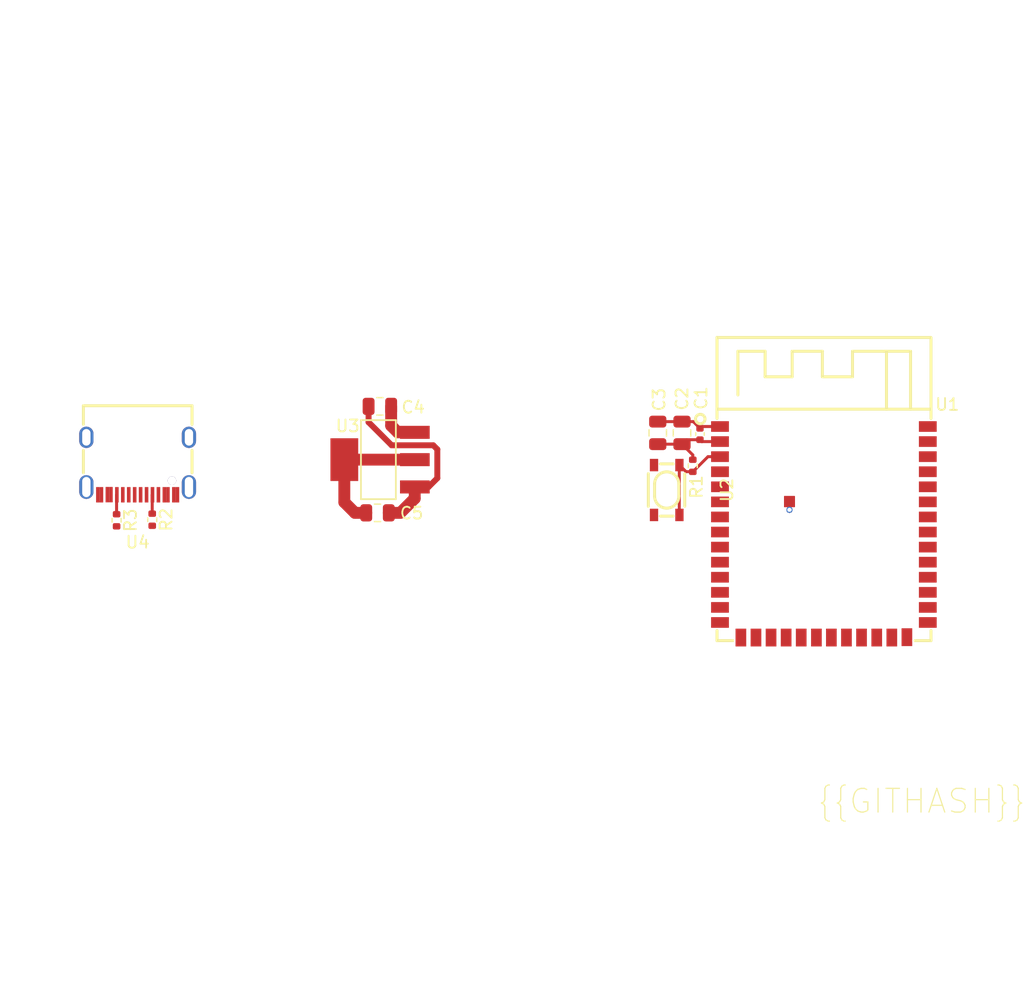
<source format=kicad_pcb>
(kicad_pcb (version 20240108) (generator "pcbnew") (generator_version "8.0")
  (layers (0 "F.Cu" signal) (31 "B.Cu" signal) (34 "B.Paste" user) (35 "F.Paste" user) (36 "B.SilkS" user "B.Silkscreen") (37 "F.SilkS" user "F.Silkscreen") (38 "B.Mask" user) (39 "F.Mask" user) (44 "Edge.Cuts" user))
  (net 0 "")
  (net 1 "io2")
  (net 2 "io40")
  (net 3 "io42")
  (net 4 "txd0")
  (net 5 "io41")
  (net 6 "io7")
  (net 7 "io35")
  (net 8 "io14")
  (net 9 "io5")
  (net 10 "io13")
  (net 11 "en")
  (net 12 "io36")
  (net 13 "io1")
  (net 14 "io21")
  (net 15 "io0")
  (net 16 "rxd0")
  (net 17 "io15")
  (net 18 "io39")
  (net 19 "io10")
  (net 20 "io45")
  (net 21 "io4")
  (net 22 "io17")
  (net 23 "io12")
  (net 24 "io47")
  (net 25 "io8")
  (net 26 "io48")
  (net 27 "io16")
  (net 28 "io6")
  (net 29 "io3")
  (net 30 "io37")
  (net 31 "io11")
  (net 32 "io9")
  (net 33 "io38")
  (net 34 "io46")
  (net 35 "io18")
  (net 36 "gnd")
  (net 37 "vcc")
  (net 38 "dm")
  (net 39 "dp")
  (net 40 "cc2")
  (net 41 "vcc-1")
  (net 42 "sub2")
  (net 43 "sub1")
  (net 44 "cc1")
  (footprint "lib:USB-C-SMD_KH-TYPE-C-16P" (layer "F.Cu") (at 83.1 86.705 180)
    (property "Reference" "U4" (at 0 -6.42 360) (layer "F.SilkS"))
    (property "Value" "?")
    (fp_line (start 4.57 5.08) (end 4.57 3.51) (stroke (width 0.25)) (layer "F.SilkS"))
    (fp_line (start 4.57 1.32) (end 4.57 -0.57) (stroke (width 0.25)) (layer "F.SilkS"))
    (fp_line (start -4.58 5.08) (end 4.57 5.08) (stroke (width 0.25)) (layer "F.SilkS"))
    (fp_line (start -4.58 3.51) (end -4.58 5.08) (stroke (width 0.25)) (layer "F.SilkS"))
    (fp_line (start -4.58 -0.57) (end -4.58 1.32) (stroke (width 0.25)) (layer "F.SilkS"))
    (pad "" thru_hole circle (at -2.89 -1.23 180) (size 0.7 0.7) (drill 0.7) (layers "*.Cu" "*.Mask"))
    (pad "" thru_hole circle (at -2.89 -1.23 180) (size 0.7 0.7) (drill 0.7) (layers "*.Cu" "*.Mask"))
    (pad "1" thru_hole oval (at -4.32 -1.77 180) (size 1.2 2) (drill oval 0.700024 1.699997) (layers "*.Cu" "*.Mask") (net 36 "gnd"))
    (pad "2" thru_hole oval (at 4.32 -1.77 180) (size 1.2 2) (drill oval 0.700024 1.699997) (layers "*.Cu" "*.Mask") (net 36 "gnd"))
    (pad "3" thru_hole oval (at -4.32 2.42 180) (size 1.2 1.8) (drill oval 0.700024 1.399997) (layers "*.Cu" "*.Mask") (net 36 "gnd"))
    (pad "4" thru_hole oval (at 4.32 2.42 180) (size 1.2 1.8) (drill oval 0.700024 1.399997) (layers "*.Cu" "*.Mask") (net 36 "gnd"))
    (pad "A1" smd rect (at -3.35 -2.42 180) (size 0.3 1.3) (layers "F.Cu" "F.Paste" "F.Mask") (net 36 "gnd"))
    (pad "A4" smd rect (at -2.55 -2.42 180) (size 0.3 1.3) (layers "F.Cu" "F.Paste" "F.Mask") (net 41 "vcc-1"))
    (pad "A5" smd rect (at -1.25 -2.42 180) (size 0.3 1.3) (layers "F.Cu" "F.Paste" "F.Mask") (net 44 "cc1"))
    (pad "A6" smd rect (at -0.25 -2.42 180) (size 0.3 1.3) (layers "F.Cu" "F.Paste" "F.Mask") (net 39 "dp"))
    (pad "A7" smd rect (at 0.25 -2.42 180) (size 0.3 1.3) (layers "F.Cu" "F.Paste" "F.Mask") (net 38 "dm"))
    (pad "A8" smd rect (at 1.25 -2.42 180) (size 0.3 1.3) (layers "F.Cu" "F.Paste" "F.Mask") (net 43 "sub1"))
    (pad "A9" smd rect (at 2.55 -2.41 180) (size 0.3 1.3) (layers "F.Cu" "F.Paste" "F.Mask") (net 41 "vcc-1"))
    (pad "A12" smd rect (at 3.35 -2.42 180) (size 0.3 1.3) (layers "F.Cu" "F.Paste" "F.Mask") (net 36 "gnd"))
    (pad "B1" smd rect (at 3.05 -2.42 180) (size 0.3 1.3) (layers "F.Cu" "F.Paste" "F.Mask") (net 36 "gnd"))
    (pad "B4" smd rect (at 2.25 -2.41 180) (size 0.3 1.3) (layers "F.Cu" "F.Paste" "F.Mask") (net 41 "vcc-1"))
    (pad "B5" smd rect (at 1.75 -2.42 180) (size 0.3 1.3) (layers "F.Cu" "F.Paste" "F.Mask") (net 40 "cc2"))
    (pad "B6" smd rect (at 0.75 -2.42 180) (size 0.3 1.3) (layers "F.Cu" "F.Paste" "F.Mask") (net 39 "dp"))
    (pad "B7" smd rect (at -0.75 -2.42 180) (size 0.3 1.3) (layers "F.Cu" "F.Paste" "F.Mask") (net 38 "dm"))
    (pad "B8" smd rect (at -1.75 -2.42 180) (size 0.3 1.3) (layers "F.Cu" "F.Paste" "F.Mask") (net 42 "sub2"))
    (pad "B9" smd rect (at -2.25 -2.42 180) (size 0.3 1.3) (layers "F.Cu" "F.Paste" "F.Mask") (net 41 "vcc-1"))
    (pad "B12" smd rect (at -3.05 -2.42 180) (size 0.3 1.3) (layers "F.Cu" "F.Paste" "F.Mask") (net 36 "gnd"))
  )
  (footprint "lib:WIRELM-SMD_ESP32-S3-WROOM-1" (layer "F.Cu") (at 140.89 92.265)
    (property "Reference" "U1" (at 10.391182 -10.746991 0) (layer "F.SilkS"))
    (property "Value" "?")
    (fp_line (start -9 -16.39) (end -9 -9.57) (stroke (width 0.25)) (layer "F.SilkS"))
    (fp_line (start -9 -10.35) (end 9.02 -10.35) (stroke (width 0.25)) (layer "F.SilkS"))
    (fp_line (start -9 8.3) (end -9 9.15) (stroke (width 0.25)) (layer "F.SilkS"))
    (fp_line (start -9 9.15) (end -7.67 9.15) (stroke (width 0.25)) (layer "F.SilkS"))
    (fp_line (start -7.24 -15.23) (end -7.24 -11.55) (stroke (width 0.25)) (layer "F.SilkS"))
    (fp_line (start -4.95 -15.23) (end -7.24 -15.23) (stroke (width 0.25)) (layer "F.SilkS"))
    (fp_line (start -4.95 -13.08) (end -4.95 -15.23) (stroke (width 0.25)) (layer "F.SilkS"))
    (fp_line (start -2.67 -15.23) (end -2.67 -13.08) (stroke (width 0.25)) (layer "F.SilkS"))
    (fp_line (start -2.67 -13.08) (end -4.95 -13.08) (stroke (width 0.25)) (layer "F.SilkS"))
    (fp_line (start -0.13 -15.23) (end -2.67 -15.23) (stroke (width 0.25)) (layer "F.SilkS"))
    (fp_line (start -0.13 -13.08) (end -0.13 -15.23) (stroke (width 0.25)) (layer "F.SilkS"))
    (fp_line (start 2.41 -15.23) (end 2.41 -13.08) (stroke (width 0.25)) (layer "F.SilkS"))
    (fp_line (start 2.41 -13.08) (end -0.13 -13.08) (stroke (width 0.25)) (layer "F.SilkS"))
    (fp_line (start 5.27 -15.23) (end 2.41 -15.23) (stroke (width 0.25)) (layer "F.SilkS"))
    (fp_line (start 5.27 -10.35) (end 5.27 -15.23) (stroke (width 0.25)) (layer "F.SilkS"))
    (fp_line (start 7.3 -15.23) (end 5.06 -15.23) (stroke (width 0.25)) (layer "F.SilkS"))
    (fp_line (start 7.3 -10.35) (end 7.3 -15.23) (stroke (width 0.25)) (layer "F.SilkS"))
    (fp_line (start 7.67 9.15) (end 9.02 9.15) (stroke (width 0.25)) (layer "F.SilkS"))
    (fp_line (start 9 -16.39) (end -9 -16.39) (stroke (width 0.25)) (layer "F.SilkS"))
    (fp_line (start 9.02 -9.57) (end 9.02 -16.38) (stroke (width 0.25)) (layer "F.SilkS"))
    (fp_line (start 9.02 9.15) (end 9.02 8.3) (stroke (width 0.25)) (layer "F.SilkS"))
    (fp_circle (center -10.41 -9.52) (end -10.01 -9.52) (stroke (width 0.25)) (fill none) (layer "F.SilkS"))
    (pad "" thru_hole circle (at -2.9 -1.87) (size 0.5 0.5) (drill 0.3) (layers "*.Cu" "*.Paste" "*.Mask"))
    (pad "" thru_hole circle (at -2.9 -1.87) (size 0.5 0.5) (drill 0.3) (layers "*.Cu" "*.Paste" "*.Mask"))
    (pad "" thru_hole circle (at -2.9 -1.87) (size 0.5 0.5) (drill 0.3) (layers "*.Cu" "*.Paste" "*.Mask"))
    (pad "" thru_hole circle (at -2.9 -1.87) (size 0.5 0.5) (drill 0.3) (layers "*.Cu" "*.Paste" "*.Mask"))
    (pad "" thru_hole circle (at -2.9 -1.87) (size 0.5 0.5) (drill 0.3) (layers "*.Cu" "*.Paste" "*.Mask"))
    (pad "" thru_hole circle (at -2.9 -1.87) (size 0.5 0.5) (drill 0.3) (layers "*.Cu" "*.Paste" "*.Mask"))
    (pad "" thru_hole circle (at -2.9 -1.87) (size 0.5 0.5) (drill 0.3) (layers "*.Cu" "*.Paste" "*.Mask"))
    (pad "" thru_hole circle (at -2.9 -1.87) (size 0.5 0.5) (drill 0.3) (layers "*.Cu" "*.Paste" "*.Mask"))
    (pad "" thru_hole circle (at -2.9 -1.87) (size 0.5 0.5) (drill 0.3) (layers "*.Cu" "*.Paste" "*.Mask"))
    (pad "" thru_hole circle (at -2.9 -1.87) (size 0.5 0.5) (drill 0.3) (layers "*.Cu" "*.Paste" "*.Mask"))
    (pad "" thru_hole circle (at -2.9 -1.87) (size 0.5 0.5) (drill 0.3) (layers "*.Cu" "*.Paste" "*.Mask"))
    (pad "" thru_hole circle (at -2.9 -1.87) (size 0.5 0.5) (drill 0.3) (layers "*.Cu" "*.Paste" "*.Mask"))
    (pad "1" smd rect (at -8.75 -8.89) (size 1.5 0.9) (layers "F.Cu" "F.Paste" "F.Mask") (net 36 "gnd"))
    (pad "2" smd rect (at -8.75 -7.62) (size 1.5 0.9) (layers "F.Cu" "F.Paste" "F.Mask") (net 37 "vcc"))
    (pad "3" smd rect (at -8.75 -6.35) (size 1.5 0.9) (layers "F.Cu" "F.Paste" "F.Mask") (net 11 "en"))
    (pad "4" smd rect (at -8.75 -5.08) (size 1.5 0.9) (layers "F.Cu" "F.Paste" "F.Mask") (net 21 "io4"))
    (pad "5" smd rect (at -8.75 -3.81) (size 1.5 0.9) (layers "F.Cu" "F.Paste" "F.Mask") (net 9 "io5"))
    (pad "6" smd rect (at -8.75 -2.54) (size 1.5 0.9) (layers "F.Cu" "F.Paste" "F.Mask") (net 28 "io6"))
    (pad "7" smd rect (at -8.75 -1.27) (size 1.5 0.9) (layers "F.Cu" "F.Paste" "F.Mask") (net 6 "io7"))
    (pad "8" smd rect (at -8.75 0) (size 1.5 0.9) (layers "F.Cu" "F.Paste" "F.Mask") (net 17 "io15"))
    (pad "9" smd rect (at -8.75 1.27) (size 1.5 0.9) (layers "F.Cu" "F.Paste" "F.Mask") (net 27 "io16"))
    (pad "10" smd rect (at -8.75 2.54) (size 1.5 0.9) (layers "F.Cu" "F.Paste" "F.Mask") (net 22 "io17"))
    (pad "11" smd rect (at -8.75 3.81) (size 1.5 0.9) (layers "F.Cu" "F.Paste" "F.Mask") (net 35 "io18"))
    (pad "12" smd rect (at -8.75 5.08) (size 1.5 0.9) (layers "F.Cu" "F.Paste" "F.Mask") (net 25 "io8"))
    (pad "13" smd rect (at -8.75 6.35) (size 1.5 0.9) (layers "F.Cu" "F.Paste" "F.Mask") (net 38 "dm"))
    (pad "14" smd rect (at -8.75 7.62) (size 1.5 0.9) (layers "F.Cu" "F.Paste" "F.Mask") (net 39 "dp"))
    (pad "15" smd rect (at -6.99 8.89 90) (size 1.5 0.9) (layers "F.Cu" "F.Paste" "F.Mask") (net 29 "io3"))
    (pad "16" smd rect (at -5.72 8.89 90) (size 1.5 0.9) (layers "F.Cu" "F.Paste" "F.Mask") (net 34 "io46"))
    (pad "17" smd rect (at -4.45 8.89 90) (size 1.5 0.9) (layers "F.Cu" "F.Paste" "F.Mask") (net 32 "io9"))
    (pad "18" smd rect (at -3.18 8.89 90) (size 1.5 0.9) (layers "F.Cu" "F.Paste" "F.Mask") (net 19 "io10"))
    (pad "19" smd rect (at -1.91 8.89 90) (size 1.5 0.9) (layers "F.Cu" "F.Paste" "F.Mask") (net 31 "io11"))
    (pad "20" smd rect (at -0.63 8.89 90) (size 1.5 0.9) (layers "F.Cu" "F.Paste" "F.Mask") (net 23 "io12"))
    (pad "21" smd rect (at 0.63 8.89 90) (size 1.5 0.9) (layers "F.Cu" "F.Paste" "F.Mask") (net 10 "io13"))
    (pad "22" smd rect (at 1.9 8.89 90) (size 1.5 0.9) (layers "F.Cu" "F.Paste" "F.Mask") (net 8 "io14"))
    (pad "23" smd rect (at 3.17 8.89 90) (size 1.5 0.9) (layers "F.Cu" "F.Paste" "F.Mask") (net 14 "io21"))
    (pad "24" smd rect (at 4.45 8.89 90) (size 1.5 0.9) (layers "F.Cu" "F.Paste" "F.Mask") (net 24 "io47"))
    (pad "25" smd rect (at 5.72 8.89 90) (size 1.5 0.9) (layers "F.Cu" "F.Paste" "F.Mask") (net 26 "io48"))
    (pad "26" smd rect (at 6.99 8.86 90) (size 1.5 0.9) (layers "F.Cu" "F.Paste" "F.Mask") (net 20 "io45"))
    (pad "27" smd rect (at 8.75 7.62 180) (size 1.5 0.9) (layers "F.Cu" "F.Paste" "F.Mask") (net 15 "io0"))
    (pad "28" smd rect (at 8.75 6.35 180) (size 1.5 0.9) (layers "F.Cu" "F.Paste" "F.Mask") (net 7 "io35"))
    (pad "29" smd rect (at 8.75 5.08 180) (size 1.5 0.9) (layers "F.Cu" "F.Paste" "F.Mask") (net 12 "io36"))
    (pad "30" smd rect (at 8.75 3.81 180) (size 1.5 0.9) (layers "F.Cu" "F.Paste" "F.Mask") (net 30 "io37"))
    (pad "31" smd rect (at 8.75 2.54 180) (size 1.5 0.9) (layers "F.Cu" "F.Paste" "F.Mask") (net 33 "io38"))
    (pad "32" smd rect (at 8.75 1.27 180) (size 1.5 0.9) (layers "F.Cu" "F.Paste" "F.Mask") (net 18 "io39"))
    (pad "33" smd rect (at 8.75 0 180) (size 1.5 0.9) (layers "F.Cu" "F.Paste" "F.Mask") (net 2 "io40"))
    (pad "34" smd rect (at 8.75 -1.27 180) (size 1.5 0.9) (layers "F.Cu" "F.Paste" "F.Mask") (net 5 "io41"))
    (pad "35" smd rect (at 8.75 -2.54 180) (size 1.5 0.9) (layers "F.Cu" "F.Paste" "F.Mask") (net 3 "io42"))
    (pad "36" smd rect (at 8.75 -3.81 180) (size 1.5 0.9) (layers "F.Cu" "F.Paste" "F.Mask") (net 16 "rxd0"))
    (pad "37" smd rect (at 8.75 -5.08 180) (size 1.5 0.9) (layers "F.Cu" "F.Paste" "F.Mask") (net 4 "txd0"))
    (pad "38" smd rect (at 8.75 -6.35 180) (size 1.5 0.9) (layers "F.Cu" "F.Paste" "F.Mask") (net 1 "io2"))
    (pad "39" smd rect (at 8.75 -7.62 180) (size 1.5 0.9) (layers "F.Cu" "F.Paste" "F.Mask") (net 13 "io1"))
    (pad "40" smd rect (at 8.75 -8.89 180) (size 1.5 0.9) (layers "F.Cu" "F.Paste" "F.Mask") (net 36 "gnd"))
    (pad "41" smd rect (at -2.9 -2.57 90) (size 0.9 0.9) (layers "F.Cu" "F.Paste" "F.Mask") (net 36 "gnd"))
    (pad "41" smd rect (at -2.9 -2.57 90) (size 0.9 0.9) (layers "F.Cu" "F.Paste" "F.Mask") (net 36 "gnd"))
    (pad "41" smd rect (at -2.9 -2.57 90) (size 0.9 0.9) (layers "F.Cu" "F.Paste" "F.Mask") (net 36 "gnd"))
    (pad "41" smd rect (at -2.9 -2.57 90) (size 0.9 0.9) (layers "F.Cu" "F.Paste" "F.Mask") (net 36 "gnd"))
    (pad "41" smd rect (at -2.9 -2.57 90) (size 0.9 0.9) (layers "F.Cu" "F.Paste" "F.Mask") (net 36 "gnd"))
    (pad "41" smd rect (at -2.9 -2.57 90) (size 0.9 0.9) (layers "F.Cu" "F.Paste" "F.Mask") (net 36 "gnd"))
    (pad "41" smd rect (at -2.9 -2.57 90) (size 0.9 0.9) (layers "F.Cu" "F.Paste" "F.Mask") (net 36 "gnd"))
    (pad "41" smd rect (at -2.9 -2.57 90) (size 0.9 0.9) (layers "F.Cu" "F.Paste" "F.Mask") (net 36 "gnd"))
    (pad "41" smd rect (at -2.9 -2.57 90) (size 0.9 0.9) (layers "F.Cu" "F.Paste" "F.Mask") (net 36 "gnd"))
  )
  (footprint "lib:SOT-223-3_L6.5-W3.4-P2.30-LS7.0-BR" (layer "F.Cu") (at 103.474625 86.166072)
    (property "Reference" "U3" (at -2.683474 -2.834775 0) (layer "F.SilkS"))
    (property "Value" "?")
    (fp_line (start -1.57 -3.33) (end 1.37 -3.33) (stroke (width 0.15)) (layer "F.SilkS"))
    (fp_line (start -1.57 3.33) (end -1.57 -3.33) (stroke (width 0.15)) (layer "F.SilkS"))
    (fp_line (start 1.37 -3.33) (end 1.37 3.33) (stroke (width 0.15)) (layer "F.SilkS"))
    (fp_line (start 1.37 3.33) (end -1.57 3.33) (stroke (width 0.15)) (layer "F.SilkS"))
    (pad "1" smd rect (at 2.97 2.3) (size 2.5 1.1) (layers "F.Cu" "F.Paste" "F.Mask") (net 36 "gnd"))
    (pad "2" smd rect (at 2.97 0) (size 2.5 1.1) (layers "F.Cu" "F.Paste" "F.Mask") (net 37 "vcc"))
    (pad "3" smd rect (at 2.97 -2.3) (size 2.5 1.1) (layers "F.Cu" "F.Paste" "F.Mask") (net 41 "vcc-1"))
    (pad "4" smd rect (at -2.97 0) (size 2.34 3.6) (layers "F.Cu" "F.Paste" "F.Mask") (net 37 "vcc"))
  )
  (footprint "lib:C0402" (layer "F.Cu") (at 130.454584 84.007368 90)
    (property "Reference" "C1" (at 3.023402 0.088001 90) (layer "F.SilkS"))
    (property "Value" "16V 100nF X7R ±10% 0402 Multilayer Ceramic Capacitors MLCC - SMD/SMT ROHS")
    (fp_line (start -0.107836 -0.36) (end 0.107836 -0.36) (stroke (width 0.12)) (layer "F.SilkS"))
    (fp_line (start -0.107836 0.36) (end 0.107836 0.36) (stroke (width 0.12)) (layer "F.SilkS"))
    (pad "1" smd roundrect (at -0.48 0 90) (size 0.56 0.62) (layers "F.Cu" "F.Paste" "F.Mask") (net 37 "vcc"))
    (pad "2" smd roundrect (at 0.48 0 90) (size 0.56 0.62) (layers "F.Cu" "F.Paste" "F.Mask") (net 36 "gnd"))
  )
  (footprint "lib:C0805" (layer "F.Cu") (at 103.498024 81.677985 180)
    (property "Reference" "C4" (at -2.804591 -0.073359 0) (layer "F.SilkS"))
    (property "Value" "25V 10uF X5R ±10% 0805 Multilayer Ceramic Capacitors MLCC - SMD/SMT ROHS")
    (fp_line (start -0.261252 0.735) (end 0.261252 0.735) (stroke (width 0.12)) (layer "F.SilkS"))
    (fp_line (start -0.261252 -0.735) (end 0.261252 -0.735) (stroke (width 0.12)) (layer "F.SilkS"))
    (pad "1" smd roundrect (at -0.95 0 180) (size 1 1.45) (layers "F.Cu" "F.Paste" "F.Mask") (net 41 "vcc-1"))
    (pad "2" smd roundrect (at 0.95 0 180) (size 1 1.45) (layers "F.Cu" "F.Paste" "F.Mask") (net 36 "gnd"))
  )
  (footprint "lib:R0402" (layer "F.Cu") (at 81.326405 91.27457 -90)
    (property "Reference" "R3" (at 0 -1.17 90) (layer "F.SilkS"))
    (property "Value" "62.5mW Thick Film Resistors 50V ±100ppm/℃ ±1% 4.7kΩ 0402 Chip Resistor - Surface Mount ROHS")
    (fp_line (start -0.153641 0.38) (end 0.153641 0.38) (stroke (width 0.12)) (layer "F.SilkS"))
    (fp_line (start -0.153641 -0.38) (end 0.153641 -0.38) (stroke (width 0.12)) (layer "F.SilkS"))
    (pad "1" smd roundrect (at -0.51 0 270) (size 0.54 0.64) (layers "F.Cu" "F.Paste" "F.Mask") (net 40 "cc2"))
    (pad "2" smd roundrect (at 0.51 0 270) (size 0.54 0.64) (layers "F.Cu" "F.Paste" "F.Mask") (net 36 "gnd"))
  )
  (footprint "lib:C0805" (layer "F.Cu") (at 103.3 90.65)
    (property "Reference" "C5" (at 2.872171 0.026229 0) (layer "F.SilkS"))
    (property "Value" "25V 10uF X5R ±10% 0805 Multilayer Ceramic Capacitors MLCC - SMD/SMT ROHS")
    (fp_line (start -0.261252 -0.735) (end 0.261252 -0.735) (stroke (width 0.12)) (layer "F.SilkS"))
    (fp_line (start -0.261252 0.735) (end 0.261252 0.735) (stroke (width 0.12)) (layer "F.SilkS"))
    (pad "1" smd roundrect (at -0.95 0) (size 1 1.45) (layers "F.Cu" "F.Paste" "F.Mask") (net 37 "vcc"))
    (pad "2" smd roundrect (at 0.95 0) (size 1 1.45) (layers "F.Cu" "F.Paste" "F.Mask") (net 36 "gnd"))
  )
  (footprint "lib:C0805" (layer "F.Cu") (at 126.898882 83.911268 90)
    (property "Reference" "C3" (at 2.798816 0.113465 90) (layer "F.SilkS"))
    (property "Value" "25V 10uF X5R ±10% 0805 Multilayer Ceramic Capacitors MLCC - SMD/SMT ROHS")
    (fp_line (start -0.261252 -0.735) (end 0.261252 -0.735) (stroke (width 0.12)) (layer "F.SilkS"))
    (fp_line (start -0.261252 0.735) (end 0.261252 0.735) (stroke (width 0.12)) (layer "F.SilkS"))
    (pad "1" smd roundrect (at -0.95 0 90) (size 1 1.45) (layers "F.Cu" "F.Paste" "F.Mask") (net 37 "vcc"))
    (pad "2" smd roundrect (at 0.95 0 90) (size 1 1.45) (layers "F.Cu" "F.Paste" "F.Mask") (net 36 "gnd"))
  )
  (footprint "lib:KEY-SMD_4P-L4.2-W3.2-P2.20-LS4.6" (layer "F.Cu") (at 127.653843 88.72419 -90)
    (property "Reference" "U2" (at 0 -5.07 90) (layer "F.SilkS"))
    (property "Value" "?")
    (fp_line (start -1.38 1.55) (end 1.38 1.55) (stroke (width 0.25)) (layer "F.SilkS"))
    (fp_line (start -0.51 1.02) (end 0.51 1.02) (stroke (width 0.25)) (layer "F.SilkS"))
    (fp_line (start -2.2 -0.54) (end -2.2 0.54) (stroke (width 0.25)) (layer "F.SilkS"))
    (fp_line (start 2.2 -0.54) (end 2.2 0.54) (stroke (width 0.25)) (layer "F.SilkS"))
    (fp_line (start -0.51 -1.02) (end 0.51 -1.02) (stroke (width 0.25)) (layer "F.SilkS"))
    (fp_line (start 1.37 -1.52) (end -1.37 -1.52) (stroke (width 0.25)) (layer "F.SilkS"))
    (fp_arc (start -0.51 1.02) (mid -1.53 0) (end -0.51 -1.02) (stroke (width 0.25)) (layer "F.SilkS"))
    (fp_arc (start 0.51 -1.02) (mid 1.53 0) (end 0.51 1.02) (stroke (width 0.25)) (layer "F.SilkS"))
    (pad "1" smd rect (at -2.1 -1.07 270) (size 1.05 0.7) (layers "F.Cu" "F.Paste" "F.Mask") (net 11 "en"))
    (pad "2" smd rect (at 2.1 -1.07 270) (size 1.05 0.7) (layers "F.Cu" "F.Paste" "F.Mask") (net 11 "en"))
    (pad "3" smd rect (at -2.1 1.07 270) (size 1.05 0.7) (layers "F.Cu" "F.Paste" "F.Mask") (net 36 "gnd"))
    (pad "4" smd rect (at 2.1 1.07 270) (size 1.05 0.7) (layers "F.Cu" "F.Paste" "F.Mask") (net 36 "gnd"))
  )
  (footprint "lib:R0402" (layer "F.Cu") (at 84.327051 91.227497 -90)
    (property "Reference" "R2" (at 0 -1.17 90) (layer "F.SilkS"))
    (property "Value" "62.5mW Thick Film Resistors 50V ±100ppm/℃ ±1% 4.7kΩ 0402 Chip Resistor - Surface Mount ROHS")
    (fp_line (start -0.153641 0.38) (end 0.153641 0.38) (stroke (width 0.12)) (layer "F.SilkS"))
    (fp_line (start -0.153641 -0.38) (end 0.153641 -0.38) (stroke (width 0.12)) (layer "F.SilkS"))
    (pad "1" smd roundrect (at -0.51 0 270) (size 0.54 0.64) (layers "F.Cu" "F.Paste" "F.Mask") (net 44 "cc1"))
    (pad "2" smd roundrect (at 0.51 0 270) (size 0.54 0.64) (layers "F.Cu" "F.Paste" "F.Mask") (net 36 "gnd"))
  )
  (footprint "lib:C0805" (layer "F.Cu") (at 128.941261 83.911268 90)
    (property "Reference" "C2" (at 2.874459 0 90) (layer "F.SilkS"))
    (property "Value" "25V 10uF X5R ±10% 0805 Multilayer Ceramic Capacitors MLCC - SMD/SMT ROHS")
    (fp_line (start -0.261252 -0.735) (end 0.261252 -0.735) (stroke (width 0.12)) (layer "F.SilkS"))
    (fp_line (start -0.261252 0.735) (end 0.261252 0.735) (stroke (width 0.12)) (layer "F.SilkS"))
    (pad "1" smd roundrect (at -0.95 0 90) (size 1 1.45) (layers "F.Cu" "F.Paste" "F.Mask") (net 37 "vcc"))
    (pad "2" smd roundrect (at 0.95 0 90) (size 1 1.45) (layers "F.Cu" "F.Paste" "F.Mask") (net 36 "gnd"))
  )
  (footprint "lib:R0402" (layer "F.Cu") (at 129.849547 86.683186 -90)
    (property "Reference" "R1" (at 1.781932 -0.305591 90) (layer "F.SilkS"))
    (property "Value" "62.5mW Thick Film Resistors 50V ±100ppm/℃ ±1% 10kΩ 0402 Chip Resistor - Surface Mount ROHS")
    (fp_line (start -0.153641 0.38) (end 0.153641 0.38) (stroke (width 0.12)) (layer "F.SilkS"))
    (fp_line (start -0.153641 -0.38) (end 0.153641 -0.38) (stroke (width 0.12)) (layer "F.SilkS"))
    (pad "1" smd roundrect (at -0.51 0 270) (size 0.54 0.64) (layers "F.Cu" "F.Paste" "F.Mask") (net 37 "vcc"))
    (pad "2" smd roundrect (at 0.51 0 270) (size 0.54 0.64) (layers "F.Cu" "F.Paste" "F.Mask") (net 11 "en"))
  )
  (gr_text "{{GITHASH}}" (at 140.240427 116.111573 0) (layer "F.SilkS") (effects (font (size 2 2) (thickness 0.1)) (justify left bottom)))
  (segment (start 129.276233 87.176905) (end 129.833266 87.176905) (width 0.25) (layer "F.Cu") (net 11))
  (segment (start 129.833266 87.176905) (end 129.849547 87.193186) (width 0.25) (layer "F.Cu") (net 11))
  (segment (start 128.712894 86.613566) (end 129.276233 87.176905) (width 0.25) (layer "F.Cu") (net 11))
  (segment (start 128.712894 90.813566) (end 128.712894 86.613566) (width 0.25) (layer "F.Cu") (net 11))
  (segment (start 131.127733 85.915) (end 132.14 85.915) (width 0.25) (layer "F.Cu") (net 11))
  (segment (start 129.849547 87.193186) (end 131.127733 85.915) (width 0.25) (layer "F.Cu") (net 11))
  (segment (start 108.335 87.727092) (end 107.59602 88.466072) (width 0.5) (layer "F.Cu") (net 36))
  (segment (start 129.888484 82.961268) (end 130.454584 83.527368) (width 0.25) (layer "F.Cu") (net 36))
  (segment (start 105.217743 90.65) (end 104.25 90.65) (width 1) (layer "F.Cu") (net 36))
  (segment (start 102.548024 81.677985) (end 102.548024 83.014471) (width 0.5) (layer "F.Cu") (net 36))
  (segment (start 130.606952 83.375) (end 130.454584 83.527368) (width 0.25) (layer "F.Cu") (net 36))
  (segment (start 107.99489 84.957622) (end 108.335 85.297732) (width 0.5) (layer "F.Cu") (net 36))
  (segment (start 104.491175 84.957622) (end 107.99489 84.957622) (width 0.5) (layer "F.Cu") (net 36))
  (segment (start 106.433928 88.466072) (end 106.433928 89.433815) (width 1) (layer "F.Cu") (net 36))
  (segment (start 128.941261 82.961268) (end 129.888484 82.961268) (width 0.25) (layer "F.Cu") (net 36))
  (segment (start 107.59602 88.466072) (end 106.444625 88.466072) (width 0.5) (layer "F.Cu") (net 36))
  (segment (start 132.14 83.375) (end 130.606952 83.375) (width 0.25) (layer "F.Cu") (net 36))
  (segment (start 126.898882 82.961268) (end 128.941261 82.961268) (width 0.25) (layer "F.Cu") (net 36))
  (segment (start 106.433928 89.433815) (end 105.217743 90.65) (width 1) (layer "F.Cu") (net 36))
  (segment (start 106.444625 88.466072) (end 106.433928 88.466072) (width 0.25) (layer "F.Cu") (net 36))
  (segment (start 108.335 85.297732) (end 108.335 87.727092) (width 0.5) (layer "F.Cu") (net 36))
  (segment (start 102.548024 83.014471) (end 104.491175 84.957622) (width 0.5) (layer "F.Cu") (net 36))
  (segment (start 130.612216 84.645) (end 130.454584 84.487368) (width 0.25) (layer "F.Cu") (net 37))
  (segment (start 101.401776 90.65) (end 100.504625 89.752849) (width 1) (layer "F.Cu") (net 37))
  (segment (start 129.849547 85.769554) (end 128.941261 84.861268) (width 0.25) (layer "F.Cu") (net 37))
  (segment (start 106.444625 86.166072) (end 100.504625 86.166072) (width 1) (layer "F.Cu") (net 37))
  (segment (start 129.849547 86.173186) (end 129.849547 85.769554) (width 0.25) (layer "F.Cu") (net 37))
  (segment (start 126.898882 84.861268) (end 128.941261 84.861268) (width 0.25) (layer "F.Cu") (net 37))
  (segment (start 102.35 90.65) (end 101.401776 90.65) (width 1) (layer "F.Cu") (net 37))
  (segment (start 132.14 84.645) (end 130.612216 84.645) (width 0.25) (layer "F.Cu") (net 37))
  (segment (start 129.315161 84.487368) (end 128.941261 84.861268) (width 0.25) (layer "F.Cu") (net 37))
  (segment (start 130.454584 84.487368) (end 129.315161 84.487368) (width 0.25) (layer "F.Cu") (net 37))
  (segment (start 100.504625 89.752849) (end 100.504625 86.166072) (width 1) (layer "F.Cu") (net 37))
  (segment (start 81.326405 89.148595) (end 81.35 89.125) (width 0.25) (layer "F.Cu") (net 40))
  (segment (start 81.326405 90.76457) (end 81.326405 89.148595) (width 0.25) (layer "F.Cu") (net 40))
  (segment (start 104.448024 83.305656) (end 105.00844 83.866072) (width 1) (layer "F.Cu") (net 41))
  (segment (start 104.448024 81.677985) (end 104.448024 83.305656) (width 1) (layer "F.Cu") (net 41))
  (segment (start 105.00844 83.866072) (end 106.444625 83.866072) (width 1) (layer "F.Cu") (net 41))
  (segment (start 84.327051 89.147949) (end 84.35 89.125) (width 0.25) (layer "F.Cu") (net 44))
  (segment (start 84.327051 90.717497) (end 84.327051 89.147949) (width 0.25) (layer "F.Cu") (net 44))
)
</source>
